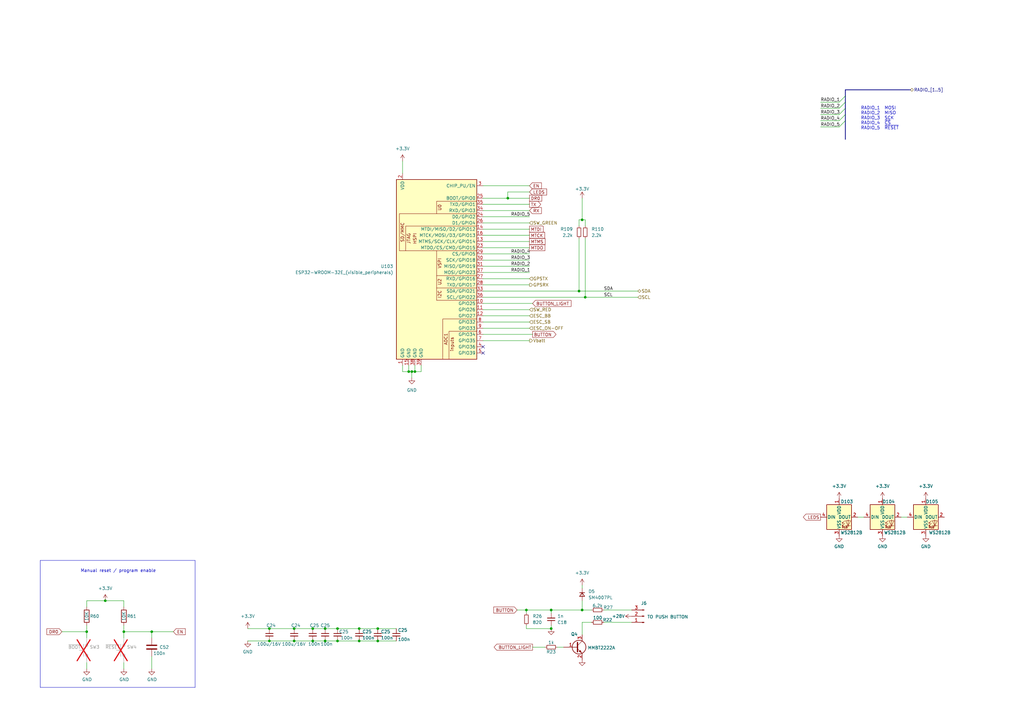
<source format=kicad_sch>
(kicad_sch (version 20231120) (generator "eeschema") (generator_version "8.0")
  (paper "A3")
  (lib_symbols
    (symbol "+28V_1" (power) (pin_numbers hide) (pin_names (offset 0) hide)
      (property "Value" "+28V" (at 0 3.556 0))
      (symbol "+28V_1_0_1"
        (polyline (pts (xy -0.762 1.27) (xy 0 2.54)))
        (polyline (pts (xy 0 0) (xy 0 2.54)))
        (polyline (pts (xy 0 2.54) (xy 0.762 1.27)))
      )
      (symbol "+28V_1_1_1"
        (pin power_in line (at 0 0 90) (length 0) (name "~") (number "1"))
      )
    )
    (symbol "Airsupplies:ESP32-WROOM-32E_(visible_peripherals)"
      (property "Reference" "U" (at -12.7 40.64 0))
      (property "Value" "ESP32-WROOM-32E_(visible_peripherals)" (at -12.7 38.1 0))
      (symbol "ESP32-WROOM-32E_(visible_peripherals)_0_0"
        (text "inputs" (at 6.35 -33.655 900) (effects (font (size 1.27 1.27)) (justify left)))
        (text "SD/MMC" (at -13.97 15.24 900) (effects (font (size 1.27 1.27))))
        (pin power_in line (at -13.97 -39.37 90) (length 2.54) (name "GND") (number "1"))
        (pin bidirectional line (at 19.05 -13.97 180) (length 2.54) (name "GPIO25") (number "10"))
        (pin bidirectional line (at 19.05 -16.51 180) (length 2.54) (name "GPIO26") (number "11"))
        (pin bidirectional line (at 19.05 -19.05 180) (length 2.54) (name "GPIO27") (number "12"))
        (pin bidirectional line (at 19.05 11.43 180) (length 2.54) (name "MTMS/SCK/CLK/GPIO14") (number "13"))
        (pin bidirectional line (at 19.05 16.51 180) (length 2.54) (name "MTDI/MISO/D2/GPIO12") (number "14"))
        (pin bidirectional line (at 19.05 13.97 180) (length 2.54) (name "MTCK/MOSI/D3/GPIO13") (number "16"))
        (pin no_connect line (at -19.05 3.81 0) (length 2.54) hide (name "NC") (number "17"))
        (pin no_connect line (at -19.05 1.27 0) (length 2.54) hide (name "NC") (number "18"))
        (pin no_connect line (at -19.05 -1.27 0) (length 2.54) hide (name "NC") (number "19"))
        (pin power_in line (at -13.97 39.37 270) (length 2.54) (name "VDD") (number "2"))
        (pin no_connect line (at -19.05 -3.81 0) (length 2.54) hide (name "NC") (number "20"))
        (pin no_connect line (at -19.05 -6.35 0) (length 2.54) hide (name "NC") (number "21"))
        (pin no_connect line (at -19.05 -8.89 0) (length 2.54) hide (name "NC") (number "22"))
        (pin bidirectional line (at 19.05 8.89 180) (length 2.54) (name "MTDO/CS/CMD/GPIO15") (number "23"))
        (pin bidirectional line (at 19.05 21.59 180) (length 2.54) (name "D0/GPIO2") (number "24"))
        (pin bidirectional line (at 19.05 29.21 180) (length 2.54) (name "BOOT/GPIO0") (number "25"))
        (pin bidirectional line (at 19.05 19.05 180) (length 2.54) (name "D1/GPIO4") (number "26"))
        (pin bidirectional line (at 19.05 -3.81 180) (length 2.54) (name "RXD/GPIO16") (number "27"))
        (pin bidirectional line (at 19.05 -6.35 180) (length 2.54) (name "TXD/GPIO17") (number "28"))
        (pin bidirectional line (at 19.05 6.35 180) (length 2.54) (name "CS/GPIO5") (number "29"))
        (pin input line (at 19.05 34.29 180) (length 2.54) (name "CHIP_PU/EN") (number "3"))
        (pin bidirectional line (at 19.05 3.81 180) (length 2.54) (name "SCK/GPIO18") (number "30"))
        (pin bidirectional line (at 19.05 1.27 180) (length 2.54) (name "MISO/GPIO19") (number "31"))
        (pin bidirectional line (at 19.05 -8.89 180) (length 2.54) (name "SDA/GPIO21") (number "33"))
        (pin bidirectional line (at 19.05 24.13 180) (length 2.54) (name "RXD/GPIO3") (number "34"))
        (pin bidirectional line (at 19.05 26.67 180) (length 2.54) (name "TXD/GPIO1") (number "35"))
        (pin bidirectional line (at 19.05 -11.43 180) (length 2.54) (name "SCL/GPIO22") (number "36"))
        (pin bidirectional line (at 19.05 -1.27 180) (length 2.54) (name "MOSI/GPIO23") (number "37"))
        (pin input line (at 19.05 -31.75 180) (length 2.54) (name "GPIO36") (number "4"))
        (pin input line (at 19.05 -34.29 180) (length 2.54) (name "GPIO39") (number "5"))
        (pin input line (at 19.05 -26.67 180) (length 2.54) (name "GPIO34") (number "6"))
        (pin input line (at 19.05 -29.21 180) (length 2.54) (name "GPIO35") (number "7"))
        (pin bidirectional line (at 19.05 -21.59 180) (length 2.54) (name "GPIO32") (number "8"))
        (pin bidirectional line (at 19.05 -24.13 180) (length 2.54) (name "GPIO33") (number "9"))
      )
      (symbol "ESP32-WROOM-32E_(visible_peripherals)_0_1"
        (rectangle (start -16.51 36.83) (end 16.51 -36.83) (stroke (width 0.254)) (fill (type background)))
        (polyline (pts (xy 16.51 -7.62) (xy 0 -7.62)))
        (polyline (pts (xy 16.51 -2.54) (xy 0 -2.54)))
        (polyline (pts (xy 16.51 -25.4) (xy 5.08 -25.4) (xy 5.08 -36.83)))
        (polyline (pts (xy 16.51 -20.32) (xy 2.54 -20.32) (xy 2.54 -36.83)))
        (polyline (pts (xy 16.51 -12.7) (xy 0 -12.7) (xy 0 7.62)))
        (polyline (pts (xy 16.51 17.78) (xy -12.7 17.78) (xy -12.7 7.62)))
        (polyline (pts (xy 16.51 27.94) (xy 0 27.94) (xy 0 22.86)))
        (polyline (pts (xy 16.51 22.86) (xy -15.24 22.86) (xy -15.24 7.62) (xy 16.51 7.62)))
      )
      (symbol "ESP32-WROOM-32E_(visible_peripherals)_1_1"
        (text "ADC1" (at 3.81 -28.575 900) (effects (font (size 1.27 1.27))))
        (text "HSPI" (at -8.89 12.7 900) (effects (font (size 1.27 1.27))))
        (text "I2C" (at 1.27 -10.16 900) (effects (font (size 1.27 1.27))))
        (text "JTAG" (at -11.43 12.7 900) (effects (font (size 1.27 1.27))))
        (text "U0" (at 1.27 25.4 900) (effects (font (size 1.27 1.27))))
        (text "U2" (at 1.27 -5.08 900) (effects (font (size 1.27 1.27))))
        (text "VSPI" (at 1.27 2.54 900) (effects (font (size 1.27 1.27))))
        (pin power_in line (at -11.43 -39.37 90) (length 2.54) (name "GND") (number "15"))
        (pin no_connect line (at -19.05 -11.43 0) (length 2.54) hide (name "NC") (number "32"))
        (pin power_in line (at -8.89 -39.37 90) (length 2.54) (name "GND") (number "38"))
        (pin power_in line (at -6.35 -39.37 90) (length 2.54) (name "GND") (number "39"))
      )
    )
    (symbol "Connector:Conn_01x03_Pin" (pin_names (offset 1.016) hide)
      (property "Reference" "J" (at 0 5.08 0))
      (property "Value" "Conn_01x03_Pin" (at 0 -5.08 0))
      (symbol "Conn_01x03_Pin_1_1"
        (polyline (pts (xy 1.27 -2.54) (xy 0.8636 -2.54)) (stroke (width 0.1524)))
        (polyline (pts (xy 1.27 0) (xy 0.8636 0)) (stroke (width 0.1524)))
        (polyline (pts (xy 1.27 2.54) (xy 0.8636 2.54)) (stroke (width 0.1524)))
        (rectangle (start 0.8636 -2.413) (end 0 -2.667) (stroke (width 0.1524)) (fill (type outline)))
        (rectangle (start 0.8636 0.127) (end 0 -0.127) (stroke (width 0.1524)) (fill (type outline)))
        (rectangle (start 0.8636 2.667) (end 0 2.413) (stroke (width 0.1524)) (fill (type outline)))
        (pin passive line (at 5.08 2.54 180) (length 3.81) (name "Pin_1") (number "1"))
        (pin passive line (at 5.08 0 180) (length 3.81) (name "Pin_2") (number "2"))
        (pin passive line (at 5.08 -2.54 180) (length 3.81) (name "Pin_3") (number "3"))
      )
    )
    (symbol "Device:C" (pin_numbers hide) (pin_names (offset 0.254))
      (property "Reference" "C" (at 0.635 2.54 0))
      (property "Value" "C" (at 0.635 -2.54 0))
      (symbol "C_0_1"
        (polyline (pts (xy -2.032 -0.762) (xy 2.032 -0.762)) (stroke (width 0.508)))
        (polyline (pts (xy -2.032 0.762) (xy 2.032 0.762)) (stroke (width 0.508)))
      )
      (symbol "C_1_1"
        (pin passive line (at 0 3.81 270) (length 2.794) (name "~") (number "1"))
        (pin passive line (at 0 -3.81 90) (length 2.794) (name "~") (number "2"))
      )
    )
    (symbol "Device:C_Small" (pin_numbers hide) (pin_names (offset 0.254) hide)
      (property "Reference" "C" (at 0.254 1.778 0))
      (property "Value" "C_Small" (at 0.254 -2.032 0))
      (symbol "C_Small_0_1"
        (polyline (pts (xy -1.524 -0.508) (xy 1.524 -0.508)) (stroke (width 0.3302)))
        (polyline (pts (xy -1.524 0.508) (xy 1.524 0.508)) (stroke (width 0.3048)))
      )
      (symbol "C_Small_1_1"
        (pin passive line (at 0 2.54 270) (length 2.032) (name "~") (number "1"))
        (pin passive line (at 0 -2.54 90) (length 2.032) (name "~") (number "2"))
      )
    )
    (symbol "Device:D_Small" (pin_numbers hide) (pin_names (offset 0.254) hide)
      (property "Reference" "D" (at -1.27 2.032 0))
      (property "Value" "D_Small" (at -3.81 -2.032 0))
      (symbol "D_Small_0_1"
        (polyline (pts (xy -0.762 -1.016) (xy -0.762 1.016)) (stroke (width 0.254)))
        (polyline (pts (xy -0.762 0) (xy 0.762 0)))
        (polyline (pts (xy 0.762 -1.016) (xy -0.762 0) (xy 0.762 1.016) (xy 0.762 -1.016)) (stroke (width 0.254)))
      )
      (symbol "D_Small_1_1"
        (pin passive line (at -2.54 0 0) (length 1.778) (name "K") (number "1"))
        (pin passive line (at 2.54 0 180) (length 1.778) (name "A") (number "2"))
      )
    )
    (symbol "Device:R" (pin_numbers hide) (pin_names (offset 0))
      (property "Reference" "R" (at 2.032 0 90))
      (property "Value" "R" (at 0 0 90))
      (symbol "R_0_1"
        (rectangle (start -1.016 -2.54) (end 1.016 2.54) (stroke (width 0.254)))
      )
      (symbol "R_1_1"
        (pin passive line (at 0 3.81 270) (length 1.27) (name "~") (number "1"))
        (pin passive line (at 0 -3.81 90) (length 1.27) (name "~") (number "2"))
      )
    )
    (symbol "Device:R_Small" (pin_numbers hide) (pin_names (offset 0.254) hide)
      (property "Reference" "R" (at 0.762 0.508 0))
      (property "Value" "R_Small" (at 0.762 -1.016 0))
      (symbol "R_Small_0_1"
        (rectangle (start -0.762 1.778) (end 0.762 -1.778) (stroke (width 0.2032)))
      )
      (symbol "R_Small_1_1"
        (pin passive line (at 0 2.54 270) (length 0.762) (name "~") (number "1"))
        (pin passive line (at 0 -2.54 90) (length 0.762) (name "~") (number "2"))
      )
    )
    (symbol "LED:WS2812B" (pin_names (offset 0.254))
      (property "Reference" "D" (at 5.08 5.715 0))
      (property "Value" "WS2812B" (at 1.27 -5.715 0))
      (symbol "WS2812B_0_0"
        (text "RGB" (at 2.286 -4.191 0) (effects (font (size 0.762 0.762))))
      )
      (symbol "WS2812B_0_1"
        (polyline (pts (xy 1.27 -3.556) (xy 1.778 -3.556)))
        (polyline (pts (xy 1.27 -2.54) (xy 1.778 -2.54)))
        (polyline (pts (xy 4.699 -3.556) (xy 2.667 -3.556)))
        (polyline (pts (xy 2.286 -2.54) (xy 1.27 -3.556) (xy 1.27 -3.048)))
        (polyline (pts (xy 2.286 -1.524) (xy 1.27 -2.54) (xy 1.27 -2.032)))
        (polyline (pts (xy 3.683 -1.016) (xy 3.683 -3.556) (xy 3.683 -4.064)))
        (polyline (pts (xy 4.699 -1.524) (xy 2.667 -1.524) (xy 3.683 -3.556) (xy 4.699 -1.524)))
        (rectangle (start 5.08 5.08) (end -5.08 -5.08) (stroke (width 0.254)) (fill (type background)))
      )
      (symbol "WS2812B_1_1"
        (pin power_in line (at 0 7.62 270) (length 2.54) (name "VDD") (number "1"))
        (pin output line (at 7.62 0 180) (length 2.54) (name "DOUT") (number "2"))
        (pin power_in line (at 0 -7.62 90) (length 2.54) (name "VSS") (number "3"))
        (pin input line (at -7.62 0 0) (length 2.54) (name "DIN") (number "4"))
      )
    )
    (symbol "Switch:SW_Push" (pin_numbers hide) (pin_names (offset 1.016) hide)
      (property "Reference" "SW" (at 1.27 2.54 0))
      (property "Value" "SW_Push" (at 0 -1.524 0))
      (symbol "SW_Push_0_1"
        (circle (center -2.032 0) (radius 0.508))
        (polyline (pts (xy 0 1.27) (xy 0 3.048)))
        (polyline (pts (xy 2.54 1.27) (xy -2.54 1.27)))
        (circle (center 2.032 0) (radius 0.508))
        (pin passive line (at -5.08 0 0) (length 2.54) (name "1") (number "1"))
        (pin passive line (at 5.08 0 180) (length 2.54) (name "2") (number "2"))
      )
    )
    (symbol "Transistor_BJT:MMBT2222A" (pin_names (offset 0) hide)
      (property "Reference" "Q" (at 5.08 1.905 0))
      (property "Value" "MMBT2222A" (at 5.08 0 0))
      (symbol "MMBT2222A_0_1"
        (polyline (pts (xy 0.635 0.635) (xy 2.54 2.54)))
        (polyline (pts (xy 0.635 -0.635) (xy 2.54 -2.54) (xy 2.54 -2.54)))
        (polyline (pts (xy 0.635 1.905) (xy 0.635 -1.905) (xy 0.635 -1.905)) (stroke (width 0.508)))
        (polyline (pts (xy 1.27 -1.778) (xy 1.778 -1.27) (xy 2.286 -2.286) (xy 1.27 -1.778) (xy 1.27 -1.778)) (fill (type outline)))
        (circle (center 1.27 0) (radius 2.8194) (stroke (width 0.254)))
      )
      (symbol "MMBT2222A_1_1"
        (pin input line (at -5.08 0 0) (length 5.715) (name "B") (number "1"))
        (pin passive line (at 2.54 -5.08 90) (length 2.54) (name "E") (number "2"))
        (pin passive line (at 2.54 5.08 270) (length 2.54) (name "C") (number "3"))
      )
    )
    (symbol "power:+3.3V" (power) (pin_names (offset 0))
      (property "Value" "+3.3V" (at 0 3.556 0))
      (symbol "+3.3V_0_1"
        (polyline (pts (xy -0.762 1.27) (xy 0 2.54)))
        (polyline (pts (xy 0 0) (xy 0 2.54)))
        (polyline (pts (xy 0 2.54) (xy 0.762 1.27)))
      )
      (symbol "+3.3V_1_1"
        (pin power_in line (at 0 0 90) (length 0) hide (name "+3.3V") (number "1"))
      )
    )
    (symbol "power:GND" (power) (pin_names (offset 0))
      (property "Value" "GND" (at 0 -3.81 0))
      (symbol "GND_0_1"
        (polyline (pts (xy 0 0) (xy 0 -1.27) (xy 1.27 -1.27) (xy 0 -2.54) (xy -1.27 -1.27) (xy 0 -1.27)))
      )
      (symbol "GND_1_1"
        (pin power_in line (at 0 0 270) (length 0) hide (name "GND") (number "1"))
      )
    )
  )
  (junction (at 35.56 259.08))
  (junction (at 128.27 262.89))
  (junction (at 138.43 257.81))
  (junction (at 128.27 257.81))
  (junction (at 50.8 259.08))
  (junction (at 226.06 250.19))
  (junction (at 154.94 257.81))
  (junction (at 154.94 262.89))
  (junction (at 120.65 262.89))
  (junction (at 167.64 152.4))
  (junction (at 110.49 262.89))
  (junction (at 43.18 246.38))
  (junction (at 133.35 257.81))
  (junction (at 133.35 262.89))
  (junction (at 138.43 262.89))
  (junction (at 170.18 152.4))
  (junction (at 226.06 257.81))
  (junction (at 240.03 121.92))
  (junction (at 62.23 259.08))
  (junction (at 238.76 90.17))
  (junction (at 120.65 257.81))
  (junction (at 147.32 262.89))
  (junction (at 215.9 250.19))
  (junction (at 237.49 119.38))
  (junction (at 110.49 257.81))
  (junction (at 147.32 257.81))
  (junction (at 168.91 152.4))
  (junction (at 238.76 250.19))
  (junction (at 208.28 81.28))
  (no_connect (at 198.12 142.24))
  (no_connect (at 198.12 144.78))
  (bus_entry (at 346.71 46.99) (size -2.54 2.54))
  (bus_entry (at 346.71 49.53) (size -2.54 2.54))
  (bus_entry (at 346.71 44.45) (size -2.54 2.54))
  (bus_entry (at 346.71 41.91) (size -2.54 2.54))
  (bus_entry (at 346.71 39.37) (size -2.54 2.54))
  (wire (pts (xy 217.17 96.52) (xy 198.12 96.52)))
  (wire (pts (xy 110.49 257.81) (xy 120.65 257.81)))
  (wire (pts (xy 238.76 246.38) (xy 238.76 250.19)))
  (wire (pts (xy 217.17 132.08) (xy 198.12 132.08)))
  (wire (pts (xy 198.12 104.14) (xy 217.17 104.14)))
  (wire (pts (xy 215.9 257.81) (xy 226.06 257.81)))
  (wire (pts (xy 223.52 265.43) (xy 218.44 265.43)))
  (wire (pts (xy 240.03 121.92) (xy 261.62 121.92)))
  (bus (pts (xy 346.71 46.99) (xy 346.71 49.53)))
  (wire (pts (xy 198.12 109.22) (xy 217.17 109.22)))
  (wire (pts (xy 168.91 152.4) (xy 168.91 154.94)))
  (wire (pts (xy 238.76 81.28) (xy 238.76 90.17)))
  (wire (pts (xy 336.55 49.53) (xy 344.17 49.53)))
  (wire (pts (xy 217.17 78.74) (xy 208.28 78.74)))
  (wire (pts (xy 120.65 262.89) (xy 128.27 262.89)))
  (wire (pts (xy 168.91 152.4) (xy 170.18 152.4)))
  (polyline (pts (xy 16.51 229.87) (xy 80.01 229.87)))
  (wire (pts (xy 138.43 257.81) (xy 147.32 257.81)))
  (wire (pts (xy 238.76 90.17) (xy 240.03 90.17)))
  (wire (pts (xy 133.35 262.89) (xy 138.43 262.89)))
  (wire (pts (xy 231.14 265.43) (xy 228.6 265.43)))
  (wire (pts (xy 170.18 152.4) (xy 172.72 152.4)))
  (wire (pts (xy 226.06 250.19) (xy 238.76 250.19)))
  (wire (pts (xy 238.76 250.19) (xy 242.57 250.19)))
  (wire (pts (xy 351.79 212.09) (xy 354.33 212.09)))
  (wire (pts (xy 336.55 41.91) (xy 344.17 41.91)))
  (wire (pts (xy 35.56 246.38) (xy 43.18 246.38)))
  (wire (pts (xy 50.8 256.54) (xy 50.8 259.08)))
  (wire (pts (xy 198.12 137.16) (xy 218.44 137.16)))
  (wire (pts (xy 165.1 66.04) (xy 165.1 71.12)))
  (wire (pts (xy 208.28 81.28) (xy 198.12 81.28)))
  (wire (pts (xy 50.8 259.08) (xy 62.23 259.08)))
  (wire (pts (xy 198.12 106.68) (xy 217.17 106.68)))
  (wire (pts (xy 133.35 257.81) (xy 138.43 257.81)))
  (wire (pts (xy 226.06 256.54) (xy 226.06 257.81)))
  (wire (pts (xy 43.18 246.38) (xy 50.8 246.38)))
  (wire (pts (xy 240.03 97.79) (xy 240.03 121.92)))
  (wire (pts (xy 226.06 250.19) (xy 226.06 251.46)))
  (wire (pts (xy 35.56 259.08) (xy 35.56 261.62)))
  (wire (pts (xy 165.1 152.4) (xy 165.1 149.86)))
  (wire (pts (xy 154.94 257.81) (xy 162.56 257.81)))
  (wire (pts (xy 198.12 88.9) (xy 217.17 88.9)))
  (wire (pts (xy 101.6 257.81) (xy 110.49 257.81)))
  (wire (pts (xy 128.27 257.81) (xy 133.35 257.81)))
  (wire (pts (xy 217.17 93.98) (xy 198.12 93.98)))
  (wire (pts (xy 198.12 134.62) (xy 217.17 134.62)))
  (wire (pts (xy 50.8 261.62) (xy 50.8 259.08)))
  (wire (pts (xy 198.12 119.38) (xy 237.49 119.38)))
  (wire (pts (xy 35.56 246.38) (xy 35.56 248.92)))
  (wire (pts (xy 217.17 81.28) (xy 208.28 81.28)))
  (wire (pts (xy 237.49 119.38) (xy 261.62 119.38)))
  (wire (pts (xy 35.56 274.32) (xy 35.56 271.78)))
  (wire (pts (xy 247.65 250.19) (xy 259.08 250.19)))
  (wire (pts (xy 198.12 124.46) (xy 218.44 124.46)))
  (wire (pts (xy 208.28 78.74) (xy 208.28 81.28)))
  (wire (pts (xy 198.12 91.44) (xy 217.17 91.44)))
  (wire (pts (xy 101.6 262.89) (xy 110.49 262.89)))
  (wire (pts (xy 238.76 241.3) (xy 238.76 240.03)))
  (wire (pts (xy 35.56 259.08) (xy 25.4 259.08)))
  (wire (pts (xy 226.06 250.19) (xy 215.9 250.19)))
  (wire (pts (xy 62.23 259.08) (xy 62.23 261.62)))
  (wire (pts (xy 247.65 255.27) (xy 259.08 255.27)))
  (wire (pts (xy 170.18 152.4) (xy 170.18 149.86)))
  (wire (pts (xy 110.49 262.89) (xy 120.65 262.89)))
  (wire (pts (xy 212.09 250.19) (xy 215.9 250.19)))
  (wire (pts (xy 217.17 114.3) (xy 198.12 114.3)))
  (wire (pts (xy 215.9 250.19) (xy 215.9 251.46)))
  (wire (pts (xy 128.27 262.89) (xy 133.35 262.89)))
  (wire (pts (xy 50.8 246.38) (xy 50.8 248.92)))
  (wire (pts (xy 147.32 262.89) (xy 154.94 262.89)))
  (polyline (pts (xy 80.01 281.94) (xy 16.51 281.94)))
  (wire (pts (xy 217.17 116.84) (xy 198.12 116.84)))
  (wire (pts (xy 369.57 212.09) (xy 372.11 212.09)))
  (bus (pts (xy 373.38 36.83) (xy 346.71 36.83)))
  (wire (pts (xy 217.17 129.54) (xy 198.12 129.54)))
  (wire (pts (xy 217.17 99.06) (xy 198.12 99.06)))
  (wire (pts (xy 165.1 152.4) (xy 167.64 152.4)))
  (polyline (pts (xy 16.51 281.94) (xy 16.51 229.87)))
  (wire (pts (xy 167.64 152.4) (xy 168.91 152.4)))
  (wire (pts (xy 237.49 90.17) (xy 238.76 90.17)))
  (wire (pts (xy 35.56 256.54) (xy 35.56 259.08)))
  (wire (pts (xy 238.76 255.27) (xy 242.57 255.27)))
  (wire (pts (xy 217.17 139.7) (xy 198.12 139.7)))
  (wire (pts (xy 336.55 46.99) (xy 344.17 46.99)))
  (wire (pts (xy 198.12 111.76) (xy 217.17 111.76)))
  (wire (pts (xy 217.17 101.6) (xy 198.12 101.6)))
  (wire (pts (xy 240.03 90.17) (xy 240.03 92.71)))
  (wire (pts (xy 237.49 90.17) (xy 237.49 92.71)))
  (bus (pts (xy 346.71 36.83) (xy 346.71 39.37)))
  (wire (pts (xy 147.32 257.81) (xy 154.94 257.81)))
  (wire (pts (xy 62.23 269.24) (xy 62.23 274.32)))
  (wire (pts (xy 198.12 127) (xy 217.17 127)))
  (polyline (pts (xy 80.01 229.87) (xy 80.01 281.94)))
  (wire (pts (xy 154.94 262.89) (xy 162.56 262.89)))
  (wire (pts (xy 62.23 259.08) (xy 71.12 259.08)))
  (bus (pts (xy 346.71 41.91) (xy 346.71 44.45)))
  (wire (pts (xy 50.8 274.32) (xy 50.8 271.78)))
  (wire (pts (xy 217.17 86.36) (xy 198.12 86.36)))
  (wire (pts (xy 336.55 52.07) (xy 344.17 52.07)))
  (wire (pts (xy 138.43 262.89) (xy 147.32 262.89)))
  (wire (pts (xy 237.49 97.79) (xy 237.49 119.38)))
  (wire (pts (xy 217.17 83.82) (xy 198.12 83.82)))
  (wire (pts (xy 217.17 76.2) (xy 198.12 76.2)))
  (wire (pts (xy 172.72 149.86) (xy 172.72 152.4)))
  (wire (pts (xy 167.64 149.86) (xy 167.64 152.4)))
  (wire (pts (xy 198.12 121.92) (xy 240.03 121.92)))
  (wire (pts (xy 215.9 256.54) (xy 215.9 257.81)))
  (wire (pts (xy 336.55 44.45) (xy 344.17 44.45)))
  (wire (pts (xy 120.65 257.81) (xy 128.27 257.81)))
  (bus (pts (xy 346.71 49.53) (xy 346.71 57.15)))
  (bus (pts (xy 346.71 39.37) (xy 346.71 41.91)))
  (bus (pts (xy 346.71 44.45) (xy 346.71 46.99)))
  (wire (pts (xy 238.76 260.35) (xy 238.76 255.27)))
  (text "RADIO_1  MOSI\nRADIO_2  MISO\nRADIO_3  SCK\nRADIO_4  ~{CS}\nRADIO_5  ~{RESET}\n" (at 353.06 53.34 0) (effects (font (size 1.27 1.27)) (justify left bottom)))
  (text "Manual reset / program enable" (at 33.02 234.95 0) (effects (font (size 1.27 1.27)) (justify left bottom)))
  (label "RADIO_2" (at 209.55 109.22 0))
  (label "RADIO_3" (at 336.55 46.99 0))
  (label "RADIO_4" (at 209.55 104.14 0))
  (label "RADIO_5" (at 336.55 52.07 0))
  (label "RADIO_5" (at 209.55 88.9 0))
  (label "RADIO_1" (at 209.55 111.76 0))
  (label "RADIO_2" (at 336.55 44.45 0))
  (label "RADIO_3" (at 209.55 106.68 0))
  (label "SDA" (at 247.65 119.38 0))
  (label "RADIO_4" (at 336.55 49.53 0))
  (label "SCL" (at 247.65 121.92 0))
  (label "RADIO_1" (at 336.55 41.91 0))
  (global_label "MTDI" (shape passive) (at 217.17 93.98 0) (property "Intersheetrefs" "${INTERSHEET_REFS}" (effects (hide yes))))
  (global_label "BUTTON" (shape input) (at 212.09 250.19 180) (property "Intersheetrefs" "${INTERSHEET_REFS}" (effects (hide yes))))
  (global_label "MTCK" (shape passive) (at 217.17 96.52 0) (property "Intersheetrefs" "${INTERSHEET_REFS}" (effects (hide yes))))
  (global_label "BUTTON_LIGHT" (shape output) (at 218.44 265.43 180) (property "Intersheetrefs" "${INTERSHEET_REFS}" (effects (hide yes))))
  (global_label "DR0" (shape input) (at 25.4 259.08 180) (property "Intersheetrefs" "${INTERSHEET_REFS}" (effects (hide yes))))
  (global_label "EN" (shape input) (at 71.12 259.08 0) (property "Intersheetrefs" "${INTERSHEET_REFS}" (effects (hide yes))))
  (global_label "MTDO" (shape passive) (at 217.17 101.6 0) (property "Intersheetrefs" "${INTERSHEET_REFS}" (effects (hide yes))))
  (global_label "TX" (shape output) (at 217.17 83.82 0) (property "Intersheetrefs" "${INTERSHEET_REFS}" (effects (hide yes))))
  (global_label "EN" (shape input) (at 217.17 76.2 0) (property "Intersheetrefs" "${INTERSHEET_REFS}" (effects (hide yes))))
  (global_label "BUTTON" (shape output) (at 218.44 137.16 0) (property "Intersheetrefs" "${INTERSHEET_REFS}" (effects (hide yes))))
  (global_label "BUTTON_LIGHT" (shape input) (at 218.44 124.46 0) (property "Intersheetrefs" "${INTERSHEET_REFS}" (effects (hide yes))))
  (global_label "LEDS" (shape output) (at 336.55 212.09 180) (property "Intersheetrefs" "${INTERSHEET_REFS}" (effects (hide yes))))
  (global_label "RX" (shape input) (at 217.17 86.36 0) (property "Intersheetrefs" "${INTERSHEET_REFS}" (effects (hide yes))))
  (global_label "MTMS" (shape passive) (at 217.17 99.06 0) (property "Intersheetrefs" "${INTERSHEET_REFS}" (effects (hide yes))))
  (global_label "DR0" (shape passive) (at 217.17 81.28 0) (property "Intersheetrefs" "${INTERSHEET_REFS}" (effects (hide yes))))
  (global_label "LEDS" (shape input) (at 217.17 78.74 0) (property "Intersheetrefs" "${INTERSHEET_REFS}" (effects (hide yes))))
  (hierarchical_label "Vbatt" (shape output) (at 217.17 139.7 0))
  (hierarchical_label "SW_GREEN" (shape input) (at 217.17 91.44 0))
  (hierarchical_label "SW_RED" (shape input) (at 217.17 127 0))
  (hierarchical_label "ESC_BB" (shape input) (at 217.17 129.54 0))
  (hierarchical_label "SDA" (shape bidirectional) (at 261.62 119.38 0))
  (hierarchical_label "ESC_ON-OFF" (shape input) (at 217.17 134.62 0))
  (hierarchical_label "ESC_SB" (shape input) (at 217.17 132.08 0))
  (hierarchical_label "GPSRX" (shape output) (at 217.17 116.84 0))
  (hierarchical_label "SCL" (shape input) (at 261.62 121.92 0))
  (hierarchical_label "GPSTX" (shape input) (at 217.17 114.3 0))
  (hierarchical_label "RADIO_[1..5]" (shape bidirectional) (at 373.38 36.83 0))
  (symbol (lib_id "power:+3.3V") (at 43.18 246.38 0) (unit 1)
    (property "Reference" "#PWR0105" (effects (hide yes)))
    (property "Value" "+3.3V" (at 43.18 241.3 0))
  )
  (symbol (lib_id "Device:D_Small") (at 238.76 243.84 270) (unit 1)
    (property "Reference" "D5" (at 241.3 242.57 90) (effects (justify left)))
    (property "Value" "SM4007PL" (at 241.3 245.11 90) (effects (justify left)))
    (property "Footprint" "A_Device:D_SOD-123_2.85x1.8x1.3" (effects (hide yes)))
    (property "Datasheet" "https://datasheet.lcsc.com/lcsc/1809301215_MDD-Microdiode-Electronics--SM4007PL_C64898.pdf" (effects (hide yes)))
    (property "Sim.Device" "D" (effects (hide yes)))
    (property "Sim.Pins" "1=K 2=A" (effects (hide yes)))
    (property "LCSC" "C64898" (effects (hide yes)))
  )
  (symbol (lib_id "Device:C_Small") (at 120.65 260.35 0) (unit 1)
    (property "Reference" "C24" (at 119.38 256.54 0) (effects (justify left)))
    (property "Value" "100u/16V" (at 115.57 264.16 0) (effects (justify left)))
    (property "Footprint" "Capacitor_SMD:C_1210_3225Metric" (effects (hide yes)))
    (property "LCSC" "C90143" (effects (hide yes)))
    (instances (project "NIKOLA-02-E-001_PCAScannerController_R1" (path "" (reference "C24") (unit 1))) (project "Robuoy" (path "" (reference "C107") (unit 1))))
  )
  (symbol (lib_id "Device:R_Small") (at 245.11 250.19 90) (mirror x) (unit 1)
    (property "Reference" "R27" (at 249.428 249.174 90))
    (property "Value" "6.2k" (at 245.11 248.412 90))
    (property "Footprint" "A_Device:R_0603" (effects (hide yes)))
  )
  (symbol (lib_id "power:GND") (at 50.8 274.32 0) (unit 1)
    (property "Reference" "#PWR0123" (effects (hide yes)))
    (property "Value" "GND" (at 50.927 278.7142 0))
    (instances (project "Smartbox4.0_V1.3" (path "" (reference "#PWR0123") (unit 1))) (project "Robuoy" (path "" (reference "#PWR0107") (unit 1))))
  )
  (symbol (lib_id "power:GND") (at 361.95 219.71 0) (unit 1)
    (property "Reference" "#PWR0126" (effects (hide yes)))
    (property "Value" "GND" (at 361.95 224.155 0))
  )
  (symbol (lib_id "Switch:SW_Push") (at 50.8 266.7 90) (unit 1) (in_bom no) (dnp yes)
    (property "Reference" "SW4" (at 52.0192 265.3792 90) (effects (justify right)))
    (property "Value" "~{RESET}" (at 43.18 265.43 90) (effects (justify right)))
    (property "Footprint" "Connector_PinHeader_2.54mm:PinHeader_1x02_P2.54mm_Vertical" (effects (hide yes)))
    (property "Farnell" "-" (effects (hide yes)))
    (instances (project "Smartbox4.0_V1.3" (path "" (reference "SW4") (unit 1))) (project "Robuoy" (path "" (reference "SW102") (unit 1))))
  )
  (symbol (lib_id "Device:C_Small") (at 162.56 260.35 0) (unit 1)
    (property "Reference" "C25" (at 163.195 258.445 0) (effects (justify left)))
    (property "Value" "100n" (at 163.195 262.255 0) (effects (justify left)))
    (property "Footprint" "A_Device:C_0603" (effects (hide yes)))
    (property "LCSC" "C14663" (effects (hide yes)))
    (instances (project "NIKOLA-02-E-001_PCAScannerController_R1" (path "" (reference "C25") (unit 1))) (project "Robuoy" (path "" (reference "C115") (unit 1))))
  )
  (symbol (lib_id "Device:R") (at 50.8 252.73 0) (unit 1)
    (property "Reference" "R61" (at 52.07 252.73 0) (effects (justify left)))
    (property "Value" "10K" (at 50.8 252.73 90))
    (property "Footprint" "A_Device:R_0603" (effects (hide yes)))
    (property "Farnell" "2331736" (effects (hide yes)))
    (property "MF" "TE CONNECTIVITY" (effects (hide yes)))
    (property "MFN" "CRGH0603F10K" (effects (hide yes)))
    (property "LCSC" "C25804" (effects (hide yes)))
    (instances (project "Smartbox4.0_V1.3" (path "" (reference "R61") (unit 1))) (project "Robuoy" (path "" (reference "R104") (unit 1))))
  )
  (symbol (lib_id "Connector:Conn_01x03_Pin") (at 264.16 252.73 180) (unit 1)
    (property "Reference" "J6" (at 262.89 247.396 0) (effects (justify right)))
    (property "Value" "TO PUSH BUTTON" (at 265.43 252.984 0) (effects (justify right)))
    (property "Description" "Generic connector, single row, 01x03, script generated" (effects (hide yes)))
  )
  (symbol (lib_id "Device:R_Small") (at 237.49 95.25 0) (mirror y) (unit 1)
    (property "Reference" "R109" (at 234.95 93.98 0) (effects (justify left)))
    (property "Value" "2.2k" (at 234.95 96.52 0) (effects (justify left)))
    (property "Footprint" "A_Device:R_0603" (effects (hide yes)))
    (property "LCSC" "C21190" (effects (hide yes)))
  )
  (symbol (lib_id "Device:C_Small") (at 110.49 260.35 0) (unit 1)
    (property "Reference" "C24" (at 109.22 256.54 0) (effects (justify left)))
    (property "Value" "100u/16V" (at 105.41 264.16 0) (effects (justify left)))
    (property "Footprint" "Capacitor_SMD:C_1210_3225Metric" (effects (hide yes)))
    (property "LCSC" "C90143" (effects (hide yes)))
    (instances (project "NIKOLA-02-E-001_PCAScannerController_R1" (path "" (reference "C24") (unit 1))) (project "Robuoy" (path "" (reference "C106") (unit 1))))
  )
  (symbol (lib_id "power:GND") (at 35.56 274.32 0) (unit 1)
    (property "Reference" "#PWR081" (effects (hide yes)))
    (property "Value" "GND" (at 35.687 278.7142 0))
    (instances (project "Smartbox4.0_V1.3" (path "" (reference "#PWR081") (unit 1))) (project "Robuoy" (path "" (reference "#PWR0104") (unit 1))))
  )
  (symbol (lib_id "Device:R_Small") (at 215.9 254 0) (mirror y) (unit 1)
    (property "Reference" "R26" (at 218.44 252.7299 0) (effects (justify right)))
    (property "Value" "820" (at 218.44 255.2699 0) (effects (justify right)))
    (property "Footprint" "A_Device:R_0603" (effects (hide yes)))
    (property "LCSC" "C21190" (effects (hide yes)))
  )
  (symbol (lib_id "Device:R_Small") (at 240.03 95.25 0) (unit 1)
    (property "Reference" "R110" (at 242.57 93.98 0) (effects (justify left)))
    (property "Value" "2.2k" (at 242.57 96.52 0) (effects (justify left)))
    (property "Footprint" "A_Device:R_0603" (effects (hide yes)))
    (property "LCSC" "C21190" (effects (hide yes)))
  )
  (symbol (lib_id "Device:C_Small") (at 133.35 260.35 0) (unit 1)
    (property "Reference" "C25" (at 131.445 256.54 0) (effects (justify left)))
    (property "Value" "100n" (at 131.445 264.16 0) (effects (justify left)))
    (property "Footprint" "A_Device:C_0603" (effects (hide yes)))
    (property "LCSC" "C14663" (effects (hide yes)))
    (instances (project "NIKOLA-02-E-001_PCAScannerController_R1" (path "" (reference "C25") (unit 1))) (project "Robuoy" (path "" (reference "C109") (unit 1))))
  )
  (symbol (lib_id "power:GND") (at 379.73 219.71 0) (unit 1)
    (property "Reference" "#PWR0128" (effects (hide yes)))
    (property "Value" "GND" (at 379.73 224.155 0))
  )
  (symbol (lib_id "LED:WS2812B") (at 344.17 212.09 0) (unit 1)
    (property "Reference" "D103" (at 347.345 205.74 0))
    (property "Value" "WS2812B" (at 349.25 218.44 0))
    (property "Footprint" "LED_SMD:LED_WS2812B_PLCC4_5.0x5.0mm_P3.2mm" (effects (hide yes)))
    (property "Datasheet" "https://cdn-shop.adafruit.com/datasheets/WS2812B.pdf" (effects (hide yes)))
    (property "LCSC" "C2843785" (effects (hide yes)))
  )
  (symbol (lib_id "power:GND") (at 238.76 270.51 0) (mirror y) (unit 1)
    (property "Reference" "#PWR032" (effects (hide yes)))
    (property "Value" "GND" (effects (hide yes)))
  )
  (symbol (lib_id "Airsupplies:ESP32-WROOM-32E_(visible_peripherals)") (at 179.07 110.49 0) (unit 1)
    (property "Reference" "U103" (at 161.29 109.22 0) (effects (justify right)))
    (property "Value" "ESP32-WROOM-32E_(visible_peripherals)" (at 161.29 111.76 0) (effects (justify right)))
    (property "Footprint" "A_Module:ESP32-WROOM-32" (effects (hide yes)))
    (property "LCSC" "C82899" (effects (hide yes)))
  )
  (symbol (lib_id "Device:C_Small") (at 226.06 254 0) (mirror x) (unit 1)
    (property "Reference" "C18" (at 228.6 255.2637 0) (effects (justify left)))
    (property "Value" "1n" (at 228.6 252.7237 0) (effects (justify left)))
    (property "Footprint" "A_Device:C_0603" (effects (hide yes)))
    (property "LCSC" "C1588" (effects (hide yes)))
  )
  (symbol (lib_id "power:+3.3V") (at 101.6 257.81 0) (unit 1)
    (property "Reference" "#PWR0114" (effects (hide yes)))
    (property "Value" "+3.3V" (at 101.6 252.73 0))
  )
  (symbol (lib_id "power:GND") (at 226.06 257.81 0) (mirror y) (unit 1)
    (property "Reference" "#PWR038" (effects (hide yes)))
    (property "Value" "GND" (effects (hide yes)))
  )
  (symbol (lib_id "Device:C") (at 62.23 265.43 0) (unit 1)
    (property "Reference" "C52" (at 65.405 265.43 0) (effects (justify left)))
    (property "Value" "100n" (at 62.865 267.97 0) (effects (justify left)))
    (property "Footprint" "A_Device:C_0603" (effects (hide yes)))
    (property "LCSC" "C14663" (effects (hide yes)))
    (instances (project "Smartbox4.0_V1.3" (path "" (reference "C52") (unit 1))) (project "Robuoy" (path "" (reference "C103") (unit 1))))
  )
  (symbol (lib_id "Device:R") (at 35.56 252.73 0) (unit 1)
    (property "Reference" "R60" (at 36.83 252.73 0) (effects (justify left)))
    (property "Value" "10K" (at 35.56 252.73 90))
    (property "Footprint" "A_Device:R_0603" (effects (hide yes)))
    (property "Farnell" "2331736" (effects (hide yes)))
    (property "MF" "TE CONNECTIVITY" (effects (hide yes)))
    (property "MFN" "CRGH0603F10K" (effects (hide yes)))
    (property "LCSC" "C25804" (effects (hide yes)))
    (instances (project "Smartbox4.0_V1.3" (path "" (reference "R60") (unit 1))) (project "Robuoy" (path "" (reference "R103") (unit 1))))
  )
  (symbol (lib_id "Switch:SW_Push") (at 35.56 266.7 90) (unit 1) (in_bom no) (dnp yes)
    (property "Reference" "SW3" (at 36.7792 265.3792 90) (effects (justify right)))
    (property "Value" "~{BOOT}" (at 27.94 265.43 90) (effects (justify right)))
    (property "Footprint" "Connector_PinHeader_2.54mm:PinHeader_1x02_P2.54mm_Vertical" (effects (hide yes)))
    (property "Farnell" "-" (effects (hide yes)))
    (instances (project "Smartbox4.0_V1.3" (path "" (reference "SW3") (unit 1))) (project "Robuoy" (path "" (reference "SW101") (unit 1))))
  )
  (symbol (lib_id "LED:WS2812B") (at 361.95 212.09 0) (unit 1)
    (property "Reference" "D104" (at 364.49 205.74 0))
    (property "Value" "WS2812B" (at 367.03 218.44 0))
    (property "Footprint" "LED_SMD:LED_WS2812B_PLCC4_5.0x5.0mm_P3.2mm" (effects (hide yes)))
    (property "Datasheet" "https://cdn-shop.adafruit.com/datasheets/WS2812B.pdf" (effects (hide yes)))
    (property "LCSC" "C2843785" (effects (hide yes)))
  )
  (symbol (lib_id "power:+3.3V") (at 361.95 204.47 0) (unit 1)
    (property "Reference" "#PWR0125" (effects (hide yes)))
    (property "Value" "+3.3V" (at 361.95 199.39 0))
  )
  (symbol (lib_id "Device:C_Small") (at 147.32 260.35 0) (unit 1)
    (property "Reference" "C25" (at 148.59 259.08 0) (effects (justify left)))
    (property "Value" "100n" (at 148.59 261.62 0) (effects (justify left)))
    (property "Footprint" "A_Device:C_0603" (effects (hide yes)))
    (property "LCSC" "C14663" (effects (hide yes)))
    (instances (project "NIKOLA-02-E-001_PCAScannerController_R1" (path "" (reference "C25") (unit 1))) (project "Robuoy" (path "" (reference "C111") (unit 1))))
  )
  (symbol (lib_id "power:GND") (at 168.91 154.94 0) (unit 1)
    (property "Reference" "#PWR0113" (effects (hide yes)))
    (property "Value" "GND" (at 168.91 160.02 0))
  )
  (symbol (lib_id "Device:R_Small") (at 245.11 255.27 90) (mirror x) (unit 1)
    (property "Reference" "R22" (at 249.174 254.254 90))
    (property "Value" "100" (at 245.11 253.365 90))
    (property "Footprint" "A_Device:R_0603" (effects (hide yes)))
  )
  (symbol (lib_id "Device:C_Small") (at 154.94 260.35 0) (unit 1)
    (property "Reference" "C25" (at 156.21 259.08 0) (effects (justify left)))
    (property "Value" "100n" (at 156.21 261.62 0) (effects (justify left)))
    (property "Footprint" "A_Device:C_0603" (effects (hide yes)))
    (property "LCSC" "C14663" (effects (hide yes)))
    (instances (project "NIKOLA-02-E-001_PCAScannerController_R1" (path "" (reference "C25") (unit 1))) (project "Robuoy" (path "" (reference "C112") (unit 1))))
  )
  (symbol (lib_id "Transistor_BJT:MMBT2222A") (at 236.22 265.43 0) (unit 1)
    (property "Reference" "Q4" (at 234.188 260.096 0) (effects (justify left)))
    (property "Value" "MMBT2222A" (at 241.046 265.684 0) (effects (justify left)))
    (property "Footprint" "Package_TO_SOT_SMD:SOT-23" (effects (hide yes)))
    (property "Datasheet" "https://assets.nexperia.com/documents/data-sheet/MMBT2222A.pdf" (effects (hide yes)))
    (property "Description" "600mA Ic, 40V Vce, NPN Transistor, SOT-23" (effects (hide yes)))
    (property "JLCS" "C8512" (effects (hide yes)))
  )
  (symbol (lib_id "power:GND") (at 62.23 274.32 0) (unit 1)
    (property "Reference" "#PWR0124" (effects (hide yes)))
    (property "Value" "GND" (at 62.357 278.7142 0))
    (instances (project "Smartbox4.0_V1.3" (path "" (reference "#PWR0124") (unit 1))) (project "Robuoy" (path "" (reference "#PWR0108") (unit 1))))
  )
  (symbol (lib_id "Device:C_Small") (at 128.27 260.35 0) (unit 1)
    (property "Reference" "C25" (at 127 256.54 0) (effects (justify left)))
    (property "Value" "100n" (at 126.365 264.16 0) (effects (justify left)))
    (property "Footprint" "A_Device:C_0603" (effects (hide yes)))
    (property "LCSC" "C14663" (effects (hide yes)))
    (instances (project "NIKOLA-02-E-001_PCAScannerController_R1" (path "" (reference "C25") (unit 1))) (project "Robuoy" (path "" (reference "C108") (unit 1))))
  )
  (symbol (lib_id "Device:C_Small") (at 138.43 260.35 0) (unit 1)
    (property "Reference" "C25" (at 139.065 259.08 0) (effects (justify left)))
    (property "Value" "100n" (at 139.7 261.62 0) (effects (justify left)))
    (property "Footprint" "A_Device:C_0603" (effects (hide yes)))
    (property "LCSC" "C14663" (effects (hide yes)))
    (instances (project "NIKOLA-02-E-001_PCAScannerController_R1" (path "" (reference "C25") (unit 1))) (project "Robuoy" (path "" (reference "C110") (unit 1))))
  )
  (symbol (lib_id "power:+3.3V") (at 344.17 204.47 0) (unit 1)
    (property "Reference" "#PWR0121" (effects (hide yes)))
    (property "Value" "+3.3V" (at 344.17 199.39 0))
  )
  (symbol (lib_id "power:GND") (at 101.6 262.89 0) (unit 1)
    (property "Reference" "#PWR0115" (effects (hide yes)))
    (property "Value" "GND" (at 101.6 267.335 0))
  )
  (symbol (lib_id "LED:WS2812B") (at 379.73 212.09 0) (unit 1)
    (property "Reference" "D105" (at 382.27 205.74 0))
    (property "Value" "WS2812B" (at 385.445 218.44 0))
    (property "Footprint" "LED_SMD:LED_WS2812B_PLCC4_5.0x5.0mm_P3.2mm" (effects (hide yes)))
    (property "Datasheet" "https://cdn-shop.adafruit.com/datasheets/WS2812B.pdf" (effects (hide yes)))
    (property "LCSC" "C2843785" (effects (hide yes)))
  )
  (symbol (lib_id "power:GND") (at 344.17 219.71 0) (unit 1)
    (property "Reference" "#PWR0122" (effects (hide yes)))
    (property "Value" "GND" (at 344.17 224.155 0))
  )
  (symbol (lib_id "power:+3.3V") (at 379.73 204.47 0) (unit 1)
    (property "Reference" "#PWR0127" (effects (hide yes)))
    (property "Value" "+3.3V" (at 379.73 199.39 0))
  )
  (symbol (lib_id "power:+3.3V") (at 238.76 240.03 0) (unit 1)
    (property "Reference" "#PWR037" (effects (hide yes)))
    (property "Value" "+3.3V" (at 238.76 234.95 0))
  )
  (symbol (lib_id "power:+3.3V") (at 165.1 66.04 0) (unit 1)
    (property "Reference" "#PWR0112" (effects (hide yes)))
    (property "Value" "+3.3V" (at 165.1 60.96 0))
  )
  (symbol (lib_name "+28V_1") (lib_id "power:+28V") (at 259.08 252.73 90) (unit 1)
    (property "Reference" "#PWR039" (effects (hide yes)))
    (property "Value" "+28V" (at 256.286 252.73 90) (effects (justify left)))
    (property "Description" "Power symbol creates a global label with name \"+28V\"" (effects (hide yes)))
  )
  (symbol (lib_id "power:+3.3V") (at 238.76 81.28 0) (unit 1)
    (property "Reference" "#PWR0116" (effects (hide yes)))
    (property "Value" "+3.3V" (at 238.76 77.47 0))
  )
  (symbol (lib_id "Device:R_Small") (at 226.06 265.43 90) (mirror x) (unit 1)
    (property "Reference" "R23" (at 226.06 267.335 90))
    (property "Value" "1k" (at 226.06 263.525 90))
    (property "Footprint" "A_Device:R_0603" (effects (hide yes)))
  )
)
</source>
